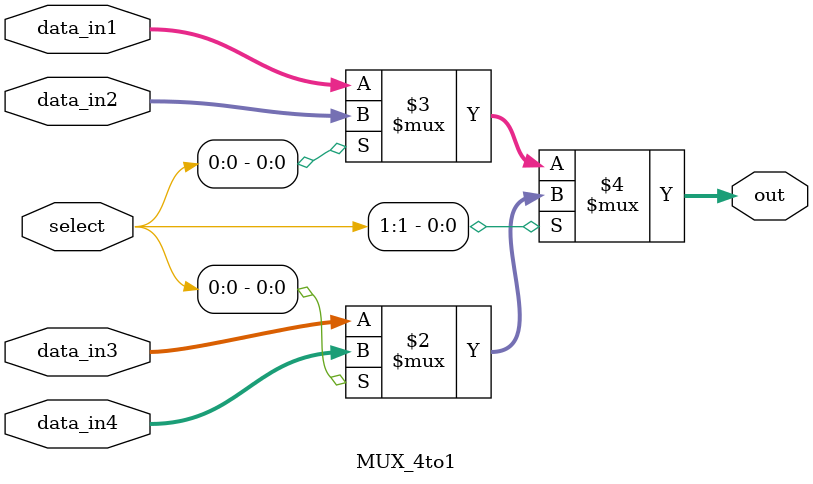
<source format=v>
module MUX_4to1(select, out, data_in1, data_in2, data_in3, data_in4);
input wire [15:0] data_in1; // 01
input wire [15:0] data_in2; // 00
input wire [15:0] data_in3; // 11
input wire [15:0] data_in4; // 10
input wire [1:0] 	select;
output reg [15:0] out;

//assign out = select[1] ? (select[0] ? data_in4 : data_in3 ) : (select[0] ? data_in2 : data_in1); 
always@(*) begin
out = select[1] ? (select[0] ? data_in4 : data_in3 ) : (select[0] ? data_in2 : data_in1);
end
endmodule

</source>
